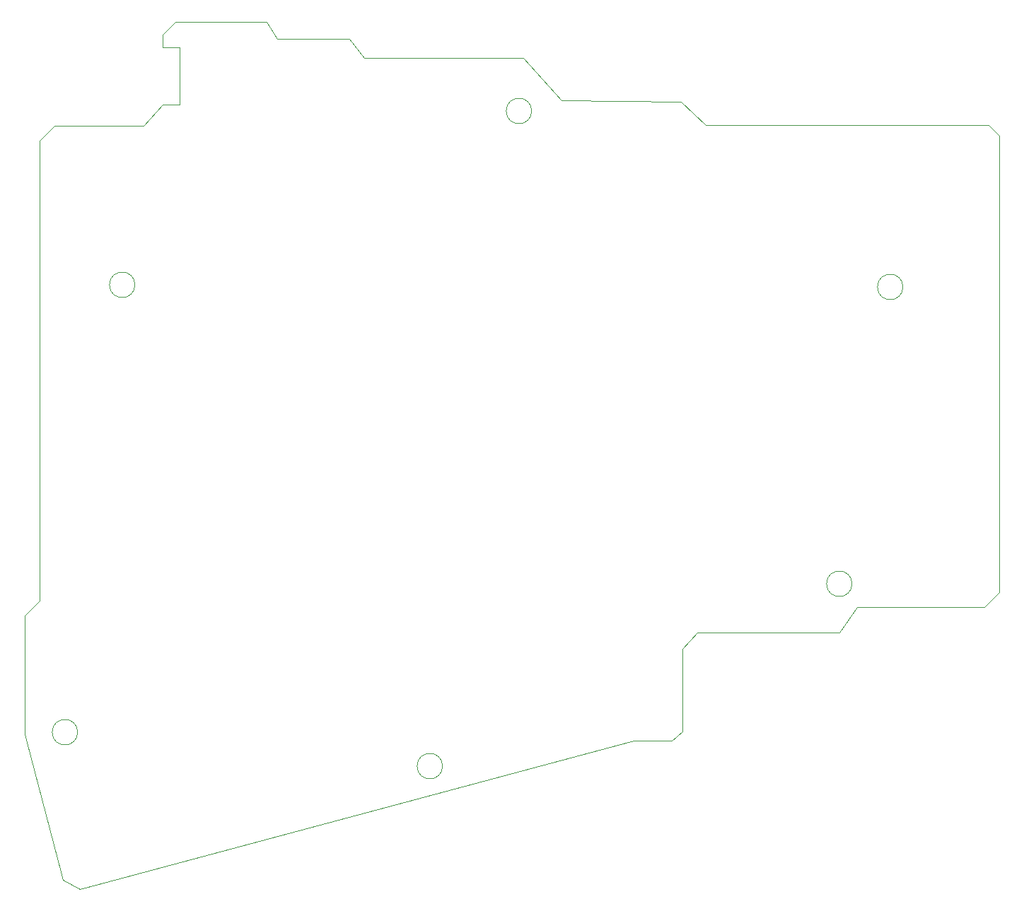
<source format=gm1>
G04 #@! TF.GenerationSoftware,KiCad,Pcbnew,(5.1.4)-1*
G04 #@! TF.CreationDate,2022-01-12T13:07:32-05:00*
G04 #@! TF.ProjectId,a44key-pcb,6134346b-6579-42d7-9063-622e6b696361,rev?*
G04 #@! TF.SameCoordinates,Original*
G04 #@! TF.FileFunction,Profile,NP*
%FSLAX46Y46*%
G04 Gerber Fmt 4.6, Leading zero omitted, Abs format (unit mm)*
G04 Created by KiCad (PCBNEW (5.1.4)-1) date 2022-01-12 13:07:32*
%MOMM*%
%LPD*%
G04 APERTURE LIST*
%ADD10C,0.050000*%
G04 APERTURE END LIST*
D10*
X144018000Y-58674000D02*
G75*
G03X144018000Y-58674000I-1524000J0D01*
G01*
X96520000Y-79502000D02*
G75*
G03X96520000Y-79502000I-1524000J0D01*
G01*
X89662000Y-133096000D02*
G75*
G03X89662000Y-133096000I-1524000J0D01*
G01*
X133350000Y-137160000D02*
G75*
G03X133350000Y-137160000I-1524000J0D01*
G01*
X182372000Y-115316000D02*
G75*
G03X182372000Y-115316000I-1524000J0D01*
G01*
X188468000Y-79756000D02*
G75*
G03X188468000Y-79756000I-1524000J0D01*
G01*
X112268000Y-48006000D02*
X110744000Y-48006000D01*
X113538000Y-50038000D02*
X112268000Y-48006000D01*
X122174000Y-50038000D02*
X113538000Y-50038000D01*
X123952000Y-52324000D02*
X122174000Y-50038000D01*
X85090000Y-117348000D02*
X85090000Y-115475000D01*
X83312000Y-119126000D02*
X85090000Y-117348000D01*
X83312000Y-133350000D02*
X83312000Y-119126000D01*
X87884000Y-150749000D02*
X83312000Y-133350000D01*
X85090000Y-115475000D02*
X85090000Y-62230000D01*
X86868000Y-60452000D02*
X85090000Y-62230000D01*
X97536000Y-60452000D02*
X86868000Y-60452000D01*
X99822000Y-57912000D02*
X97536000Y-60452000D01*
X101854000Y-57912000D02*
X99822000Y-57912000D01*
X147574000Y-57404000D02*
X161925000Y-57531000D01*
X143002000Y-52324000D02*
X147574000Y-57404000D01*
X123952000Y-52324000D02*
X143002000Y-52324000D01*
X101346000Y-48006000D02*
X110744000Y-48006000D01*
X99822000Y-49530000D02*
X101346000Y-48006000D01*
X99822000Y-51054000D02*
X99822000Y-49530000D01*
X101854000Y-51054000D02*
X99822000Y-51054000D01*
X180848000Y-121158000D02*
X163830000Y-121158000D01*
X163830000Y-121158000D02*
X162052000Y-123063000D01*
X198247000Y-118110000D02*
X183007000Y-118110000D01*
X180848000Y-121158000D02*
X183007000Y-118110000D01*
X101854000Y-51054000D02*
X101854000Y-57912000D01*
X164846000Y-60325000D02*
X161925000Y-57531000D01*
X198755000Y-60325000D02*
X164846000Y-60325000D01*
X198755000Y-60325000D02*
X200025000Y-61595000D01*
X200025000Y-61595000D02*
X200025000Y-116332000D01*
X200025000Y-116332000D02*
X198247000Y-118110000D01*
X162052000Y-132969000D02*
X162052000Y-123063000D01*
X156210000Y-134112000D02*
X160782000Y-134112000D01*
X160782000Y-134112000D02*
X162052000Y-132969000D01*
X89916000Y-151892000D02*
X156210000Y-134112000D01*
X89916000Y-151892000D02*
X87884000Y-150749000D01*
M02*

</source>
